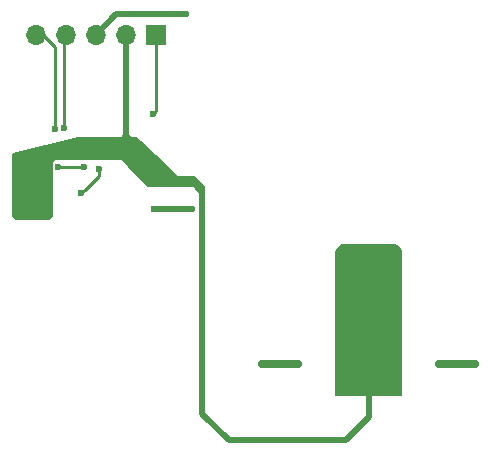
<source format=gbr>
G04 #@! TF.FileFunction,Copper,L2,Bot,Signal*
%FSLAX46Y46*%
G04 Gerber Fmt 4.6, Leading zero omitted, Abs format (unit mm)*
G04 Created by KiCad (PCBNEW 4.0.7) date 06/25/18 21:13:57*
%MOMM*%
%LPD*%
G01*
G04 APERTURE LIST*
%ADD10C,0.100000*%
%ADD11C,0.700000*%
%ADD12R,1.700000X1.700000*%
%ADD13O,1.700000X1.700000*%
%ADD14C,0.600000*%
%ADD15C,0.500000*%
%ADD16C,0.250000*%
%ADD17C,0.025400*%
G04 APERTURE END LIST*
D10*
D11*
X121031191Y-85883714D02*
X124078810Y-85883714D01*
X136017191Y-85883714D02*
X139064810Y-85883714D01*
D12*
X112000000Y-58000000D03*
D13*
X109460000Y-58000000D03*
X106920000Y-58000000D03*
X104380000Y-58000000D03*
X101840000Y-58000000D03*
D14*
X100584000Y-70916806D03*
X111887000Y-68960992D03*
X114554000Y-56260990D03*
X115052010Y-72771000D03*
X111887000Y-72771000D03*
X111760000Y-64719188D03*
X103759000Y-69215000D03*
X105918000Y-69215000D03*
X104267000Y-65913000D03*
X103467568Y-65943464D03*
X105729348Y-71435658D03*
X107188000Y-69342010D03*
D15*
X112141000Y-70231000D02*
X115189000Y-70231000D01*
X115189000Y-70231000D02*
X115925600Y-70967600D01*
X118186200Y-92329000D02*
X128092200Y-92329000D01*
X115925600Y-70967600D02*
X115925600Y-90068400D01*
X115925600Y-90068400D02*
X118186200Y-92329000D01*
X128092200Y-92329000D02*
X130048000Y-90373200D01*
X130048000Y-90373200D02*
X130048000Y-85953600D01*
X130048000Y-85953600D02*
X130251200Y-85750400D01*
D16*
X109155192Y-66663608D02*
X109321600Y-66497200D01*
X109663192Y-66533992D02*
X109829600Y-66700400D01*
X109460000Y-66533992D02*
X109663192Y-66533992D01*
D15*
X109460000Y-58000000D02*
X109460000Y-66533992D01*
D16*
X130251200Y-85750400D02*
X130302000Y-85801200D01*
X101008264Y-70916806D02*
X100584000Y-70916806D01*
X101676194Y-70916806D02*
X101008264Y-70916806D01*
X101854000Y-70739000D02*
X101676194Y-70916806D01*
X111887000Y-68960992D02*
X111887000Y-69977000D01*
X111887000Y-69977000D02*
X112141000Y-70231000D01*
X100584000Y-71628000D02*
X100584000Y-71120000D01*
D15*
X114129736Y-56260990D02*
X114554000Y-56260990D01*
X108659010Y-56260990D02*
X114129736Y-56260990D01*
X106920000Y-58000000D02*
X108659010Y-56260990D01*
X111887000Y-72771000D02*
X115052010Y-72771000D01*
D16*
X112000000Y-64479188D02*
X111760000Y-64719188D01*
X112000000Y-58000000D02*
X112000000Y-64479188D01*
X105918000Y-69215000D02*
X103759000Y-69215000D01*
X104380000Y-58000000D02*
X104267000Y-58113000D01*
X104267000Y-58113000D02*
X104267000Y-65913000D01*
X101840000Y-58000000D02*
X102450000Y-58000000D01*
X102450000Y-58000000D02*
X103467568Y-59017568D01*
X103467568Y-59017568D02*
X103467568Y-65519200D01*
X103467568Y-65519200D02*
X103467568Y-65943464D01*
X106029347Y-71135659D02*
X105729348Y-71435658D01*
X107188000Y-69342010D02*
X107188000Y-69977006D01*
X107188000Y-69977006D02*
X106029347Y-71135659D01*
D17*
G36*
X132309445Y-75752929D02*
X132571784Y-75928218D01*
X132747071Y-76190554D01*
X132812300Y-76518484D01*
X132812300Y-88500000D01*
X132813553Y-88506300D01*
X127186447Y-88506300D01*
X127187700Y-88500000D01*
X127187700Y-76518484D01*
X127252929Y-76190555D01*
X127428218Y-75928216D01*
X127690554Y-75752929D01*
X128018484Y-75687700D01*
X131981516Y-75687700D01*
X132309445Y-75752929D01*
X132309445Y-75752929D01*
G37*
X132309445Y-75752929D02*
X132571784Y-75928218D01*
X132747071Y-76190554D01*
X132812300Y-76518484D01*
X132812300Y-88500000D01*
X132813553Y-88506300D01*
X127186447Y-88506300D01*
X127187700Y-88500000D01*
X127187700Y-76518484D01*
X127252929Y-76190555D01*
X127428218Y-75928216D01*
X127690554Y-75752929D01*
X128018484Y-75687700D01*
X131981516Y-75687700D01*
X132309445Y-75752929D01*
G36*
X112890300Y-69033076D02*
X112890300Y-70546364D01*
X112643740Y-70792924D01*
X111257260Y-70792924D01*
X111007130Y-70542794D01*
X109102265Y-68510938D01*
X109098156Y-68508018D01*
X109093000Y-68506924D01*
X103505000Y-68506924D01*
X103500059Y-68507925D01*
X103496020Y-68510644D01*
X103242020Y-68764644D01*
X103239233Y-68768845D01*
X103238300Y-68773624D01*
X103238300Y-73340364D01*
X102991740Y-73586924D01*
X100081260Y-73586924D01*
X99834700Y-73340364D01*
X99834700Y-68268622D01*
X99957766Y-68022491D01*
X105411599Y-66627324D01*
X110357930Y-66627324D01*
X112890300Y-69033076D01*
X112890300Y-69033076D01*
G37*
X112890300Y-69033076D02*
X112890300Y-70546364D01*
X112643740Y-70792924D01*
X111257260Y-70792924D01*
X111007130Y-70542794D01*
X109102265Y-68510938D01*
X109098156Y-68508018D01*
X109093000Y-68506924D01*
X103505000Y-68506924D01*
X103500059Y-68507925D01*
X103496020Y-68510644D01*
X103242020Y-68764644D01*
X103239233Y-68768845D01*
X103238300Y-68773624D01*
X103238300Y-73340364D01*
X102991740Y-73586924D01*
X100081260Y-73586924D01*
X99834700Y-73340364D01*
X99834700Y-68268622D01*
X99957766Y-68022491D01*
X105411599Y-66627324D01*
X110357930Y-66627324D01*
X112890300Y-69033076D01*
G36*
X113376285Y-69553833D02*
X113376620Y-69554180D01*
X113783020Y-69960580D01*
X113787221Y-69963367D01*
X113792000Y-69964300D01*
X115210554Y-69964300D01*
X115358711Y-70063071D01*
X116111918Y-70816278D01*
X115695775Y-71354815D01*
X115134480Y-70793520D01*
X115130279Y-70790733D01*
X115125500Y-70789800D01*
X111257260Y-70789800D01*
X111017013Y-70549553D01*
X112901712Y-69041794D01*
X113376285Y-69553833D01*
X113376285Y-69553833D01*
G37*
X113376285Y-69553833D02*
X113376620Y-69554180D01*
X113783020Y-69960580D01*
X113787221Y-69963367D01*
X113792000Y-69964300D01*
X115210554Y-69964300D01*
X115358711Y-70063071D01*
X116111918Y-70816278D01*
X115695775Y-71354815D01*
X115134480Y-70793520D01*
X115130279Y-70790733D01*
X115125500Y-70789800D01*
X111257260Y-70789800D01*
X111017013Y-70549553D01*
X112901712Y-69041794D01*
X113376285Y-69553833D01*
M02*

</source>
